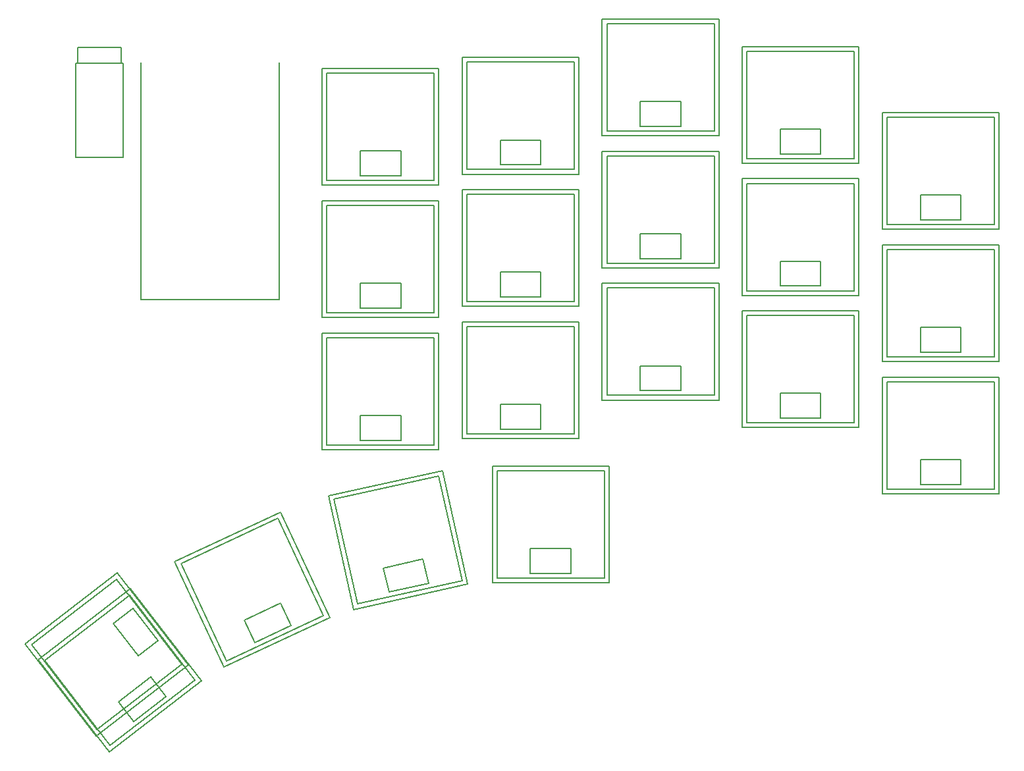
<source format=gbr>
G04 #@! TF.GenerationSoftware,KiCad,Pcbnew,7.0.2-6a45011f42~172~ubuntu20.04.1*
G04 #@! TF.CreationDate,2023-04-26T19:15:45+02:00*
G04 #@! TF.ProjectId,Pteron36v0,50746572-6f6e-4333-9676-302e6b696361,rev?*
G04 #@! TF.SameCoordinates,Original*
G04 #@! TF.FileFunction,Other,ECO2*
%FSLAX46Y46*%
G04 Gerber Fmt 4.6, Leading zero omitted, Abs format (unit mm)*
G04 Created by KiCad (PCBNEW 7.0.2-6a45011f42~172~ubuntu20.04.1) date 2023-04-26 19:15:45*
%MOMM*%
%LPD*%
G01*
G04 APERTURE LIST*
%ADD10C,0.150000*%
G04 APERTURE END LIST*
D10*
G04 #@! TO.C,J1*
X122820000Y-48468980D02*
X122820000Y-60568980D01*
X123070000Y-48468980D02*
X123070000Y-46468980D01*
X128670000Y-46468980D02*
X123070000Y-46468980D01*
X128670000Y-48468980D02*
X128670000Y-46468980D01*
X128920000Y-48468980D02*
X122820000Y-48468980D01*
X128920000Y-48468980D02*
X128920000Y-60568980D01*
X128920000Y-60568980D02*
X122820000Y-60568980D01*
G04 #@! TO.C,SW8*
X241500000Y-86833328D02*
X226500000Y-86833328D01*
X241500000Y-71833328D02*
X241500000Y-86833328D01*
X240900000Y-72433328D02*
X240900000Y-86233328D01*
X240900000Y-72433328D02*
X227100000Y-72433328D01*
X236600000Y-82433328D02*
X236600000Y-85633328D01*
X236600000Y-82433328D02*
X231400000Y-82433328D01*
X231400000Y-85633328D02*
X236600000Y-85633328D01*
X231400000Y-82433328D02*
X231400000Y-85633328D01*
X227100000Y-86233328D02*
X240900000Y-86233328D01*
X227100000Y-86233328D02*
X227100000Y-72433328D01*
X226500000Y-86833328D02*
X226500000Y-71833328D01*
X226500000Y-71833328D02*
X241500000Y-71833328D01*
G04 #@! TO.C,SW9*
X241500000Y-103833328D02*
X226500000Y-103833328D01*
X241500000Y-88833328D02*
X241500000Y-103833328D01*
X240900000Y-89433328D02*
X240900000Y-103233328D01*
X240900000Y-89433328D02*
X227100000Y-89433328D01*
X236600000Y-99433328D02*
X236600000Y-102633328D01*
X236600000Y-99433328D02*
X231400000Y-99433328D01*
X231400000Y-102633328D02*
X236600000Y-102633328D01*
X231400000Y-99433328D02*
X231400000Y-102633328D01*
X227100000Y-103233328D02*
X240900000Y-103233328D01*
X227100000Y-103233328D02*
X227100000Y-89433328D01*
X226500000Y-103833328D02*
X226500000Y-88833328D01*
X226500000Y-88833328D02*
X241500000Y-88833328D01*
G04 #@! TO.C,SW13*
X223500000Y-78333332D02*
X208500000Y-78333332D01*
X223500000Y-63333332D02*
X223500000Y-78333332D01*
X222900000Y-63933332D02*
X222900000Y-77733332D01*
X222900000Y-63933332D02*
X209100000Y-63933332D01*
X218600000Y-73933332D02*
X218600000Y-77133332D01*
X218600000Y-73933332D02*
X213400000Y-73933332D01*
X213400000Y-77133332D02*
X218600000Y-77133332D01*
X213400000Y-73933332D02*
X213400000Y-77133332D01*
X209100000Y-77733332D02*
X222900000Y-77733332D01*
X209100000Y-77733332D02*
X209100000Y-63933332D01*
X208500000Y-78333332D02*
X208500000Y-63333332D01*
X208500000Y-63333332D02*
X223500000Y-63333332D01*
G04 #@! TO.C,SW14*
X223500000Y-95333332D02*
X208500000Y-95333332D01*
X223500000Y-80333332D02*
X223500000Y-95333332D01*
X222900000Y-80933332D02*
X222900000Y-94733332D01*
X222900000Y-80933332D02*
X209100000Y-80933332D01*
X218600000Y-90933332D02*
X218600000Y-94133332D01*
X218600000Y-90933332D02*
X213400000Y-90933332D01*
X213400000Y-94133332D02*
X218600000Y-94133332D01*
X213400000Y-90933332D02*
X213400000Y-94133332D01*
X209100000Y-94733332D02*
X222900000Y-94733332D01*
X209100000Y-94733332D02*
X209100000Y-80933332D01*
X208500000Y-95333332D02*
X208500000Y-80333332D01*
X208500000Y-80333332D02*
X223500000Y-80333332D01*
G04 #@! TO.C,SW15*
X155466945Y-119794283D02*
X141872329Y-126133557D01*
X149127671Y-106199667D02*
X155466945Y-119794283D01*
X148837458Y-106997022D02*
X154669590Y-119504070D01*
X148837458Y-106997022D02*
X136330410Y-112829154D01*
X149166517Y-117877359D02*
X150518895Y-120777544D01*
X149166517Y-117877359D02*
X144453716Y-120074974D01*
X145806095Y-122975159D02*
X150518895Y-120777544D01*
X144453716Y-120074974D02*
X145806095Y-122975159D01*
X142162542Y-125336202D02*
X154669590Y-119504070D01*
X142162542Y-125336202D02*
X136330410Y-112829154D01*
X141872329Y-126133557D02*
X135533055Y-112538941D01*
X135533055Y-112538941D02*
X149127671Y-106199667D01*
G04 #@! TO.C,SW20*
X138989061Y-127927239D02*
X127088761Y-137058661D01*
X129857639Y-116026939D02*
X138989061Y-127927239D01*
X129746884Y-116868208D02*
X138147792Y-127816484D01*
X129746884Y-116868208D02*
X118798608Y-125269116D01*
X132423079Y-127419416D02*
X134371116Y-129958146D01*
X132423079Y-127419416D02*
X128297642Y-130584975D01*
X130245678Y-133123706D02*
X134371116Y-129958146D01*
X128297642Y-130584975D02*
X130245678Y-133123706D01*
X127199516Y-136217392D02*
X138147792Y-127816484D01*
X127199516Y-136217392D02*
X118798608Y-125269116D01*
X127088761Y-137058661D02*
X117957339Y-125158361D01*
X117957339Y-125158361D02*
X129857639Y-116026939D01*
G04 #@! TO.C,SW22*
X187500000Y-62749998D02*
X172500000Y-62749998D01*
X187500000Y-47749998D02*
X187500000Y-62749998D01*
X186900000Y-48349998D02*
X186900000Y-62149998D01*
X186900000Y-48349998D02*
X173100000Y-48349998D01*
X182600000Y-58349998D02*
X182600000Y-61549998D01*
X182600000Y-58349998D02*
X177400000Y-58349998D01*
X177400000Y-61549998D02*
X182600000Y-61549998D01*
X177400000Y-58349998D02*
X177400000Y-61549998D01*
X173100000Y-62149998D02*
X186900000Y-62149998D01*
X173100000Y-62149998D02*
X173100000Y-48349998D01*
X172500000Y-62749998D02*
X172500000Y-47749998D01*
X172500000Y-47749998D02*
X187500000Y-47749998D01*
G04 #@! TO.C,SW23*
X187500000Y-79749998D02*
X172500000Y-79749998D01*
X187500000Y-64749998D02*
X187500000Y-79749998D01*
X186900000Y-65349998D02*
X186900000Y-79149998D01*
X186900000Y-65349998D02*
X173100000Y-65349998D01*
X182600000Y-75349998D02*
X182600000Y-78549998D01*
X182600000Y-75349998D02*
X177400000Y-75349998D01*
X177400000Y-78549998D02*
X182600000Y-78549998D01*
X177400000Y-75349998D02*
X177400000Y-78549998D01*
X173100000Y-79149998D02*
X186900000Y-79149998D01*
X173100000Y-79149998D02*
X173100000Y-65349998D01*
X172500000Y-79749998D02*
X172500000Y-64749998D01*
X172500000Y-64749998D02*
X187500000Y-64749998D01*
G04 #@! TO.C,SW24*
X187500000Y-96749998D02*
X172500000Y-96749998D01*
X187500000Y-81749998D02*
X187500000Y-96749998D01*
X186900000Y-82349998D02*
X186900000Y-96149998D01*
X186900000Y-82349998D02*
X173100000Y-82349998D01*
X182600000Y-92349998D02*
X182600000Y-95549998D01*
X182600000Y-92349998D02*
X177400000Y-92349998D01*
X177400000Y-95549998D02*
X182600000Y-95549998D01*
X177400000Y-92349998D02*
X177400000Y-95549998D01*
X173100000Y-96149998D02*
X186900000Y-96149998D01*
X173100000Y-96149998D02*
X173100000Y-82349998D01*
X172500000Y-96749998D02*
X172500000Y-81749998D01*
X172500000Y-81749998D02*
X187500000Y-81749998D01*
G04 #@! TO.C,SW26*
X169500000Y-64166664D02*
X154500000Y-64166664D01*
X169500000Y-49166664D02*
X169500000Y-64166664D01*
X168900000Y-49766664D02*
X168900000Y-63566664D01*
X168900000Y-49766664D02*
X155100000Y-49766664D01*
X164600000Y-59766664D02*
X164600000Y-62966664D01*
X164600000Y-59766664D02*
X159400000Y-59766664D01*
X159400000Y-62966664D02*
X164600000Y-62966664D01*
X159400000Y-59766664D02*
X159400000Y-62966664D01*
X155100000Y-63566664D02*
X168900000Y-63566664D01*
X155100000Y-63566664D02*
X155100000Y-49766664D01*
X154500000Y-64166664D02*
X154500000Y-49166664D01*
X154500000Y-49166664D02*
X169500000Y-49166664D01*
G04 #@! TO.C,SW27*
X169500000Y-81166664D02*
X154500000Y-81166664D01*
X169500000Y-66166664D02*
X169500000Y-81166664D01*
X168900000Y-66766664D02*
X168900000Y-80566664D01*
X168900000Y-66766664D02*
X155100000Y-66766664D01*
X164600000Y-76766664D02*
X164600000Y-79966664D01*
X164600000Y-76766664D02*
X159400000Y-76766664D01*
X159400000Y-79966664D02*
X164600000Y-79966664D01*
X159400000Y-76766664D02*
X159400000Y-79966664D01*
X155100000Y-80566664D02*
X168900000Y-80566664D01*
X155100000Y-80566664D02*
X155100000Y-66766664D01*
X154500000Y-81166664D02*
X154500000Y-66166664D01*
X154500000Y-66166664D02*
X169500000Y-66166664D01*
G04 #@! TO.C,SW28*
X169500000Y-98166664D02*
X154500000Y-98166664D01*
X169500000Y-83166664D02*
X169500000Y-98166664D01*
X168900000Y-83766664D02*
X168900000Y-97566664D01*
X168900000Y-83766664D02*
X155100000Y-83766664D01*
X164600000Y-93766664D02*
X164600000Y-96966664D01*
X164600000Y-93766664D02*
X159400000Y-93766664D01*
X159400000Y-96966664D02*
X164600000Y-96966664D01*
X159400000Y-93766664D02*
X159400000Y-96966664D01*
X155100000Y-97566664D02*
X168900000Y-97566664D01*
X155100000Y-97566664D02*
X155100000Y-83766664D01*
X154500000Y-98166664D02*
X154500000Y-83166664D01*
X154500000Y-83166664D02*
X169500000Y-83166664D01*
G04 #@! TO.C,U1*
X148971000Y-48387000D02*
X148971000Y-78867000D01*
X131191000Y-48387000D02*
X131191000Y-78867000D01*
X148971000Y-78867000D02*
X131191000Y-78867000D01*
G04 #@! TO.C,SW7*
X241500000Y-69833328D02*
X226500000Y-69833328D01*
X241500000Y-54833328D02*
X241500000Y-69833328D01*
X240900000Y-55433328D02*
X240900000Y-69233328D01*
X240900000Y-55433328D02*
X227100000Y-55433328D01*
X236600000Y-65433328D02*
X236600000Y-68633328D01*
X236600000Y-65433328D02*
X231400000Y-65433328D01*
X231400000Y-68633328D02*
X236600000Y-68633328D01*
X231400000Y-65433328D02*
X231400000Y-68633328D01*
X227100000Y-69233328D02*
X240900000Y-69233328D01*
X227100000Y-69233328D02*
X227100000Y-55433328D01*
X226500000Y-69833328D02*
X226500000Y-54833328D01*
X226500000Y-54833328D02*
X241500000Y-54833328D01*
G04 #@! TO.C,SW12*
X223500000Y-61333332D02*
X208500000Y-61333332D01*
X223500000Y-46333332D02*
X223500000Y-61333332D01*
X222900000Y-46933332D02*
X222900000Y-60733332D01*
X222900000Y-46933332D02*
X209100000Y-46933332D01*
X218600000Y-56933332D02*
X218600000Y-60133332D01*
X218600000Y-56933332D02*
X213400000Y-56933332D01*
X213400000Y-60133332D02*
X218600000Y-60133332D01*
X213400000Y-56933332D02*
X213400000Y-60133332D01*
X209100000Y-60733332D02*
X222900000Y-60733332D01*
X209100000Y-60733332D02*
X209100000Y-46933332D01*
X208500000Y-61333332D02*
X208500000Y-46333332D01*
X208500000Y-46333332D02*
X223500000Y-46333332D01*
G04 #@! TO.C,SW17*
X205500000Y-57791667D02*
X190500000Y-57791667D01*
X205500000Y-42791667D02*
X205500000Y-57791667D01*
X204900000Y-43391667D02*
X204900000Y-57191667D01*
X204900000Y-43391667D02*
X191100000Y-43391667D01*
X200600000Y-53391667D02*
X200600000Y-56591667D01*
X200600000Y-53391667D02*
X195400000Y-53391667D01*
X195400000Y-56591667D02*
X200600000Y-56591667D01*
X195400000Y-53391667D02*
X195400000Y-56591667D01*
X191100000Y-57191667D02*
X204900000Y-57191667D01*
X191100000Y-57191667D02*
X191100000Y-43391667D01*
X190500000Y-57791667D02*
X190500000Y-42791667D01*
X190500000Y-42791667D02*
X205500000Y-42791667D01*
G04 #@! TO.C,SW19*
X205500000Y-91791667D02*
X190500000Y-91791667D01*
X205500000Y-76791667D02*
X205500000Y-91791667D01*
X204900000Y-77391667D02*
X204900000Y-91191667D01*
X204900000Y-77391667D02*
X191100000Y-77391667D01*
X200600000Y-87391667D02*
X200600000Y-90591667D01*
X200600000Y-87391667D02*
X195400000Y-87391667D01*
X195400000Y-90591667D02*
X200600000Y-90591667D01*
X195400000Y-87391667D02*
X195400000Y-90591667D01*
X191100000Y-91191667D02*
X204900000Y-91191667D01*
X191100000Y-91191667D02*
X191100000Y-77391667D01*
X190500000Y-91791667D02*
X190500000Y-76791667D01*
X190500000Y-76791667D02*
X205500000Y-76791667D01*
G04 #@! TO.C,SW18*
X205500000Y-74791667D02*
X190500000Y-74791667D01*
X205500000Y-59791667D02*
X205500000Y-74791667D01*
X204900000Y-60391667D02*
X204900000Y-74191667D01*
X204900000Y-60391667D02*
X191100000Y-60391667D01*
X200600000Y-70391667D02*
X200600000Y-73591667D01*
X200600000Y-70391667D02*
X195400000Y-70391667D01*
X195400000Y-73591667D02*
X200600000Y-73591667D01*
X195400000Y-70391667D02*
X195400000Y-73591667D01*
X191100000Y-74191667D02*
X204900000Y-74191667D01*
X191100000Y-74191667D02*
X191100000Y-60391667D01*
X190500000Y-74791667D02*
X190500000Y-59791667D01*
X190500000Y-59791667D02*
X205500000Y-59791667D01*
G04 #@! TO.C,SW10*
X173195517Y-115490538D02*
X158551077Y-118737132D01*
X169948923Y-100846098D02*
X173195517Y-115490538D01*
X169493009Y-101561739D02*
X172479876Y-115034624D01*
X169493009Y-101561739D02*
X156020124Y-104548606D01*
X167459332Y-112255390D02*
X168151939Y-115379537D01*
X167459332Y-112255390D02*
X162382593Y-113380876D01*
X163075200Y-116505023D02*
X168151939Y-115379537D01*
X162382593Y-113380876D02*
X163075200Y-116505023D01*
X159006991Y-118021491D02*
X172479876Y-115034624D01*
X159006991Y-118021491D02*
X156020124Y-104548606D01*
X158551077Y-118737132D02*
X155304483Y-104092692D01*
X155304483Y-104092692D02*
X169948923Y-100846098D01*
G04 #@! TO.C,SW2*
X191368000Y-115299000D02*
X176368000Y-115299000D01*
X191368000Y-100299000D02*
X191368000Y-115299000D01*
X190768000Y-100899000D02*
X190768000Y-114699000D01*
X190768000Y-100899000D02*
X176968000Y-100899000D01*
X186468000Y-110899000D02*
X186468000Y-114099000D01*
X186468000Y-110899000D02*
X181268000Y-110899000D01*
X181268000Y-114099000D02*
X186468000Y-114099000D01*
X181268000Y-110899000D02*
X181268000Y-114099000D01*
X176968000Y-114699000D02*
X190768000Y-114699000D01*
X176968000Y-114699000D02*
X176968000Y-100899000D01*
X176368000Y-115299000D02*
X176368000Y-100299000D01*
X176368000Y-100299000D02*
X191368000Y-100299000D01*
G04 #@! TO.C,SW1*
X128184439Y-113984139D02*
X137315861Y-125884439D01*
X116284139Y-123115561D02*
X128184439Y-113984139D01*
X117125408Y-123226316D02*
X128073684Y-114825408D01*
X117125408Y-123226316D02*
X125526316Y-134174592D01*
X127676616Y-120550121D02*
X130215346Y-118602084D01*
X127676616Y-120550121D02*
X130842175Y-124675558D01*
X133380906Y-122727522D02*
X130215346Y-118602084D01*
X130842175Y-124675558D02*
X133380906Y-122727522D01*
X136474592Y-125773684D02*
X128073684Y-114825408D01*
X136474592Y-125773684D02*
X125526316Y-134174592D01*
X137315861Y-125884439D02*
X125415561Y-135015861D01*
X125415561Y-135015861D02*
X116284139Y-123115561D01*
G04 #@! TO.C,J2*
X128920000Y-48468980D02*
X128920000Y-60568980D01*
X128670000Y-48468980D02*
X128670000Y-46468980D01*
X123070000Y-48468980D02*
X123070000Y-46468980D01*
X123070000Y-46468980D02*
X128670000Y-46468980D01*
X122820000Y-60568980D02*
X128920000Y-60568980D01*
X122820000Y-48468980D02*
X128920000Y-48468980D01*
X122820000Y-48468980D02*
X122820000Y-60568980D01*
G04 #@! TD*
M02*

</source>
